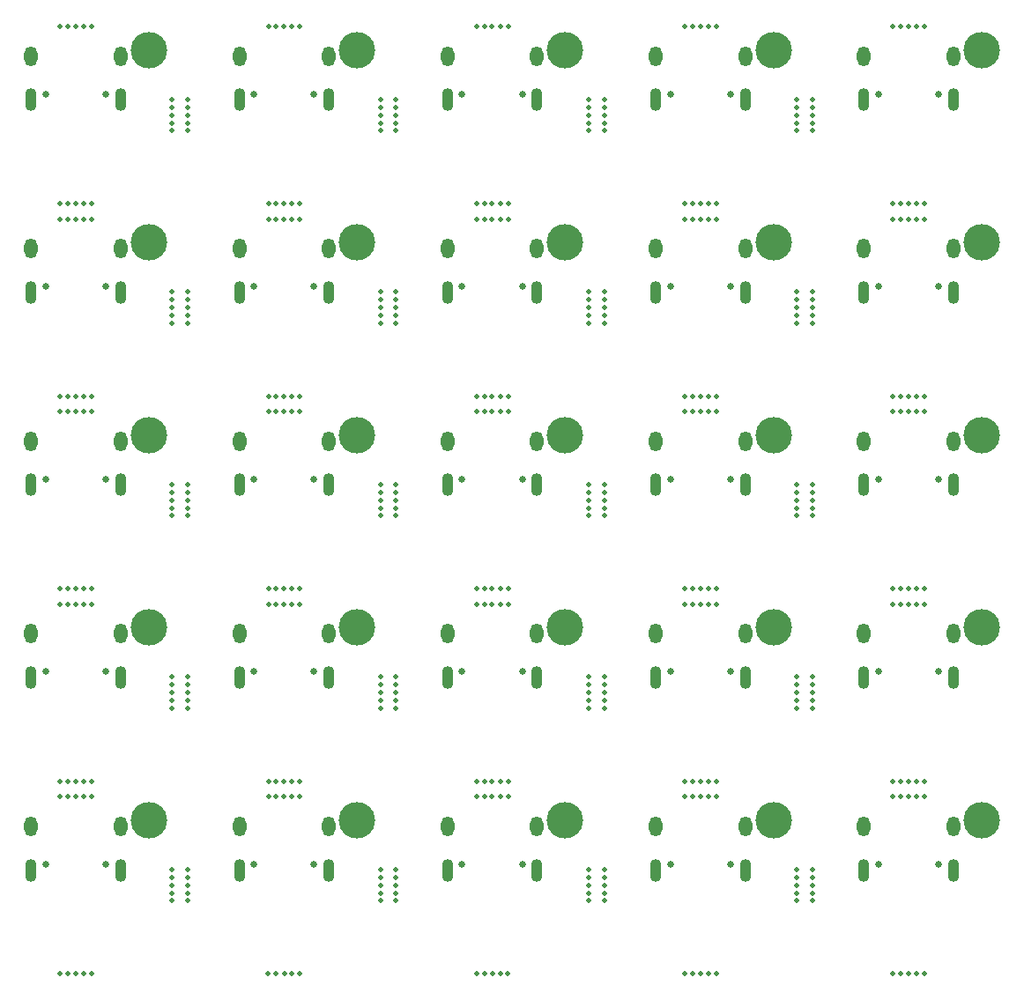
<source format=gbs>
G04 #@! TF.GenerationSoftware,KiCad,Pcbnew,(5.1.10)-1*
G04 #@! TF.CreationDate,2021-09-30T22:09:23+07:00*
G04 #@! TF.ProjectId,Unified-Daughterboard,556e6966-6965-4642-9d44-617567687465,C3*
G04 #@! TF.SameCoordinates,Original*
G04 #@! TF.FileFunction,Soldermask,Bot*
G04 #@! TF.FilePolarity,Negative*
%FSLAX46Y46*%
G04 Gerber Fmt 4.6, Leading zero omitted, Abs format (unit mm)*
G04 Created by KiCad (PCBNEW (5.1.10)-1) date 2021-09-30 22:09:23*
%MOMM*%
%LPD*%
G01*
G04 APERTURE LIST*
%ADD10C,0.500000*%
%ADD11O,1.100000X2.200000*%
%ADD12O,1.300000X1.900000*%
%ADD13C,0.650000*%
%ADD14C,3.500001*%
G04 APERTURE END LIST*
D10*
X115766500Y-147293000D03*
X116516500Y-147293000D03*
X115016500Y-147293000D03*
X114242500Y-147293000D03*
X113480500Y-147293000D03*
X133480500Y-147293000D03*
X134242500Y-147293000D03*
X135016500Y-147293000D03*
X136516500Y-147293000D03*
X135766500Y-147293000D03*
X155766500Y-147293000D03*
X156516500Y-147293000D03*
X155016500Y-147293000D03*
X154242500Y-147293000D03*
X153480500Y-147293000D03*
X93480500Y-147293000D03*
X94242500Y-147293000D03*
X95016500Y-147293000D03*
X96516500Y-147293000D03*
X95766500Y-147293000D03*
X75766500Y-147293000D03*
X76516500Y-147293000D03*
X75016500Y-147293000D03*
X74242500Y-147293000D03*
X73480500Y-147293000D03*
X156528500Y-56293000D03*
X155766500Y-56293000D03*
X154992500Y-56293000D03*
X153492500Y-56293000D03*
X154242500Y-56293000D03*
X136528500Y-56293000D03*
X135766500Y-56293000D03*
X134992500Y-56293000D03*
X133492500Y-56293000D03*
X134242500Y-56293000D03*
X116528500Y-56293000D03*
X115766500Y-56293000D03*
X114992500Y-56293000D03*
X113492500Y-56293000D03*
X114242500Y-56293000D03*
X96528500Y-56293000D03*
X95766500Y-56293000D03*
X94992500Y-56293000D03*
X93492500Y-56293000D03*
X94242500Y-56293000D03*
X74242500Y-56293000D03*
X73492500Y-56293000D03*
X74992500Y-56293000D03*
X75766500Y-56293000D03*
X76528500Y-56293000D03*
X156528500Y-130293000D03*
X156528500Y-128793000D03*
X155766500Y-128793000D03*
X155766500Y-130293000D03*
X154992500Y-130293000D03*
X153492500Y-130293000D03*
X153492500Y-128793000D03*
X154992500Y-128793000D03*
X154242500Y-130293000D03*
X154242500Y-128793000D03*
X156528500Y-111793000D03*
X156528500Y-110293000D03*
X155766500Y-110293000D03*
X155766500Y-111793000D03*
X154992500Y-111793000D03*
X153492500Y-111793000D03*
X153492500Y-110293000D03*
X154992500Y-110293000D03*
X154242500Y-111793000D03*
X154242500Y-110293000D03*
X156528500Y-93293000D03*
X156528500Y-91793000D03*
X155766500Y-91793000D03*
X155766500Y-93293000D03*
X154992500Y-93293000D03*
X153492500Y-93293000D03*
X153492500Y-91793000D03*
X154992500Y-91793000D03*
X154242500Y-93293000D03*
X154242500Y-91793000D03*
X156528500Y-74793000D03*
X156528500Y-73293000D03*
X155766500Y-73293000D03*
X155766500Y-74793000D03*
X154992500Y-74793000D03*
X153492500Y-74793000D03*
X153492500Y-73293000D03*
X154992500Y-73293000D03*
X154242500Y-74793000D03*
X154242500Y-73293000D03*
X136528500Y-130293000D03*
X136528500Y-128793000D03*
X135766500Y-128793000D03*
X135766500Y-130293000D03*
X134992500Y-130293000D03*
X133492500Y-130293000D03*
X133492500Y-128793000D03*
X134992500Y-128793000D03*
X134242500Y-130293000D03*
X134242500Y-128793000D03*
X136528500Y-111793000D03*
X136528500Y-110293000D03*
X135766500Y-110293000D03*
X135766500Y-111793000D03*
X134992500Y-111793000D03*
X133492500Y-111793000D03*
X133492500Y-110293000D03*
X134992500Y-110293000D03*
X134242500Y-111793000D03*
X134242500Y-110293000D03*
X136528500Y-93293000D03*
X136528500Y-91793000D03*
X135766500Y-91793000D03*
X135766500Y-93293000D03*
X134992500Y-93293000D03*
X133492500Y-93293000D03*
X133492500Y-91793000D03*
X134992500Y-91793000D03*
X134242500Y-93293000D03*
X134242500Y-91793000D03*
X136528500Y-74793000D03*
X136528500Y-73293000D03*
X135766500Y-73293000D03*
X135766500Y-74793000D03*
X134992500Y-74793000D03*
X133492500Y-74793000D03*
X133492500Y-73293000D03*
X134992500Y-73293000D03*
X134242500Y-74793000D03*
X134242500Y-73293000D03*
X116528500Y-130293000D03*
X116528500Y-128793000D03*
X115766500Y-128793000D03*
X115766500Y-130293000D03*
X114992500Y-130293000D03*
X113492500Y-130293000D03*
X113492500Y-128793000D03*
X114992500Y-128793000D03*
X114242500Y-130293000D03*
X114242500Y-128793000D03*
X116528500Y-111793000D03*
X116528500Y-110293000D03*
X115766500Y-110293000D03*
X115766500Y-111793000D03*
X114992500Y-111793000D03*
X113492500Y-111793000D03*
X113492500Y-110293000D03*
X114992500Y-110293000D03*
X114242500Y-111793000D03*
X114242500Y-110293000D03*
X116528500Y-93293000D03*
X116528500Y-91793000D03*
X115766500Y-91793000D03*
X115766500Y-93293000D03*
X114992500Y-93293000D03*
X113492500Y-93293000D03*
X113492500Y-91793000D03*
X114992500Y-91793000D03*
X114242500Y-93293000D03*
X114242500Y-91793000D03*
X116528500Y-74793000D03*
X116528500Y-73293000D03*
X115766500Y-73293000D03*
X115766500Y-74793000D03*
X114992500Y-74793000D03*
X113492500Y-74793000D03*
X113492500Y-73293000D03*
X114992500Y-73293000D03*
X114242500Y-74793000D03*
X114242500Y-73293000D03*
X96528500Y-130293000D03*
X96528500Y-128793000D03*
X95766500Y-128793000D03*
X95766500Y-130293000D03*
X94992500Y-130293000D03*
X93492500Y-130293000D03*
X93492500Y-128793000D03*
X94992500Y-128793000D03*
X94242500Y-130293000D03*
X94242500Y-128793000D03*
X96528500Y-111793000D03*
X96528500Y-110293000D03*
X95766500Y-110293000D03*
X95766500Y-111793000D03*
X94992500Y-111793000D03*
X93492500Y-111793000D03*
X93492500Y-110293000D03*
X94992500Y-110293000D03*
X94242500Y-111793000D03*
X94242500Y-110293000D03*
X96528500Y-93293000D03*
X96528500Y-91793000D03*
X95766500Y-91793000D03*
X95766500Y-93293000D03*
X94992500Y-93293000D03*
X93492500Y-93293000D03*
X93492500Y-91793000D03*
X94992500Y-91793000D03*
X94242500Y-93293000D03*
X94242500Y-91793000D03*
X96528500Y-74793000D03*
X96528500Y-73293000D03*
X95766500Y-73293000D03*
X95766500Y-74793000D03*
X94992500Y-74793000D03*
X93492500Y-74793000D03*
X93492500Y-73293000D03*
X94992500Y-73293000D03*
X94242500Y-74793000D03*
X94242500Y-73293000D03*
X76528500Y-130293000D03*
X76528500Y-128793000D03*
X75766500Y-128793000D03*
X75766500Y-130293000D03*
X74992500Y-130293000D03*
X73492500Y-130293000D03*
X73492500Y-128793000D03*
X74992500Y-128793000D03*
X74242500Y-130293000D03*
X74242500Y-128793000D03*
X76528500Y-111793000D03*
X76528500Y-110293000D03*
X75766500Y-110293000D03*
X75766500Y-111793000D03*
X74992500Y-111793000D03*
X73492500Y-111793000D03*
X73492500Y-110293000D03*
X74992500Y-110293000D03*
X74242500Y-111793000D03*
X74242500Y-110293000D03*
X76528500Y-93293000D03*
X76528500Y-91793000D03*
X75766500Y-91793000D03*
X75766500Y-93293000D03*
X74992500Y-93293000D03*
X73492500Y-93293000D03*
X73492500Y-91793000D03*
X74992500Y-91793000D03*
X74242500Y-93293000D03*
X74242500Y-91793000D03*
X144254500Y-139555000D03*
X145754500Y-139555000D03*
X144254500Y-138805000D03*
X144254500Y-140305000D03*
X145754500Y-140305000D03*
X145754500Y-138805000D03*
X145754500Y-138031000D03*
X144254500Y-138031000D03*
X144254500Y-137269000D03*
X145754500Y-137269000D03*
X144254500Y-121055000D03*
X145754500Y-121055000D03*
X144254500Y-120305000D03*
X144254500Y-121805000D03*
X145754500Y-121805000D03*
X145754500Y-120305000D03*
X145754500Y-119531000D03*
X144254500Y-119531000D03*
X144254500Y-118769000D03*
X145754500Y-118769000D03*
X144254500Y-102555000D03*
X145754500Y-102555000D03*
X144254500Y-101805000D03*
X144254500Y-103305000D03*
X145754500Y-103305000D03*
X145754500Y-101805000D03*
X145754500Y-101031000D03*
X144254500Y-101031000D03*
X144254500Y-100269000D03*
X145754500Y-100269000D03*
X144254500Y-84055000D03*
X145754500Y-84055000D03*
X144254500Y-83305000D03*
X144254500Y-84805000D03*
X145754500Y-84805000D03*
X145754500Y-83305000D03*
X145754500Y-82531000D03*
X144254500Y-82531000D03*
X144254500Y-81769000D03*
X145754500Y-81769000D03*
X144254500Y-65555000D03*
X145754500Y-65555000D03*
X144254500Y-64805000D03*
X144254500Y-66305000D03*
X145754500Y-66305000D03*
X145754500Y-64805000D03*
X145754500Y-64031000D03*
X144254500Y-64031000D03*
X144254500Y-63269000D03*
X145754500Y-63269000D03*
X124254500Y-139555000D03*
X125754500Y-139555000D03*
X124254500Y-138805000D03*
X124254500Y-140305000D03*
X125754500Y-140305000D03*
X125754500Y-138805000D03*
X125754500Y-138031000D03*
X124254500Y-138031000D03*
X124254500Y-137269000D03*
X125754500Y-137269000D03*
X124254500Y-121055000D03*
X125754500Y-121055000D03*
X124254500Y-120305000D03*
X124254500Y-121805000D03*
X125754500Y-121805000D03*
X125754500Y-120305000D03*
X125754500Y-119531000D03*
X124254500Y-119531000D03*
X124254500Y-118769000D03*
X125754500Y-118769000D03*
X124254500Y-102555000D03*
X125754500Y-102555000D03*
X124254500Y-101805000D03*
X124254500Y-103305000D03*
X125754500Y-103305000D03*
X125754500Y-101805000D03*
X125754500Y-101031000D03*
X124254500Y-101031000D03*
X124254500Y-100269000D03*
X125754500Y-100269000D03*
X124254500Y-84055000D03*
X125754500Y-84055000D03*
X124254500Y-83305000D03*
X124254500Y-84805000D03*
X125754500Y-84805000D03*
X125754500Y-83305000D03*
X125754500Y-82531000D03*
X124254500Y-82531000D03*
X124254500Y-81769000D03*
X125754500Y-81769000D03*
X124254500Y-65555000D03*
X125754500Y-65555000D03*
X124254500Y-64805000D03*
X124254500Y-66305000D03*
X125754500Y-66305000D03*
X125754500Y-64805000D03*
X125754500Y-64031000D03*
X124254500Y-64031000D03*
X124254500Y-63269000D03*
X125754500Y-63269000D03*
X104254500Y-139555000D03*
X105754500Y-139555000D03*
X104254500Y-138805000D03*
X104254500Y-140305000D03*
X105754500Y-140305000D03*
X105754500Y-138805000D03*
X105754500Y-138031000D03*
X104254500Y-138031000D03*
X104254500Y-137269000D03*
X105754500Y-137269000D03*
X104254500Y-121055000D03*
X105754500Y-121055000D03*
X104254500Y-120305000D03*
X104254500Y-121805000D03*
X105754500Y-121805000D03*
X105754500Y-120305000D03*
X105754500Y-119531000D03*
X104254500Y-119531000D03*
X104254500Y-118769000D03*
X105754500Y-118769000D03*
X104254500Y-102555000D03*
X105754500Y-102555000D03*
X104254500Y-101805000D03*
X104254500Y-103305000D03*
X105754500Y-103305000D03*
X105754500Y-101805000D03*
X105754500Y-101031000D03*
X104254500Y-101031000D03*
X104254500Y-100269000D03*
X105754500Y-100269000D03*
X104254500Y-84055000D03*
X105754500Y-84055000D03*
X104254500Y-83305000D03*
X104254500Y-84805000D03*
X105754500Y-84805000D03*
X105754500Y-83305000D03*
X105754500Y-82531000D03*
X104254500Y-82531000D03*
X104254500Y-81769000D03*
X105754500Y-81769000D03*
X104254500Y-65555000D03*
X105754500Y-65555000D03*
X104254500Y-64805000D03*
X104254500Y-66305000D03*
X105754500Y-66305000D03*
X105754500Y-64805000D03*
X105754500Y-64031000D03*
X104254500Y-64031000D03*
X104254500Y-63269000D03*
X105754500Y-63269000D03*
X84254500Y-139555000D03*
X85754500Y-139555000D03*
X84254500Y-138805000D03*
X84254500Y-140305000D03*
X85754500Y-140305000D03*
X85754500Y-138805000D03*
X85754500Y-138031000D03*
X84254500Y-138031000D03*
X84254500Y-137269000D03*
X85754500Y-137269000D03*
X84254500Y-121055000D03*
X85754500Y-121055000D03*
X84254500Y-120305000D03*
X84254500Y-121805000D03*
X85754500Y-121805000D03*
X85754500Y-120305000D03*
X85754500Y-119531000D03*
X84254500Y-119531000D03*
X84254500Y-118769000D03*
X85754500Y-118769000D03*
X84254500Y-102555000D03*
X85754500Y-102555000D03*
X84254500Y-101805000D03*
X84254500Y-103305000D03*
X85754500Y-103305000D03*
X85754500Y-101805000D03*
X85754500Y-101031000D03*
X84254500Y-101031000D03*
X84254500Y-100269000D03*
X85754500Y-100269000D03*
X84254500Y-84055000D03*
X85754500Y-84055000D03*
X84254500Y-83305000D03*
X84254500Y-84805000D03*
X85754500Y-84805000D03*
X85754500Y-83305000D03*
X85754500Y-82531000D03*
X84254500Y-82531000D03*
X84254500Y-81769000D03*
X85754500Y-81769000D03*
D11*
X159302500Y-137343000D03*
D12*
X159302500Y-133143000D03*
D13*
X157892500Y-136792000D03*
X152112500Y-136792000D03*
D12*
X150702500Y-133143000D03*
D11*
X150702500Y-137343000D03*
X159302500Y-118843000D03*
D12*
X159302500Y-114643000D03*
D13*
X157892500Y-118292000D03*
X152112500Y-118292000D03*
D12*
X150702500Y-114643000D03*
D11*
X150702500Y-118843000D03*
X159302500Y-100343000D03*
D12*
X159302500Y-96143000D03*
D13*
X157892500Y-99792000D03*
X152112500Y-99792000D03*
D12*
X150702500Y-96143000D03*
D11*
X150702500Y-100343000D03*
X159302500Y-81843000D03*
D12*
X159302500Y-77643000D03*
D13*
X157892500Y-81292000D03*
X152112500Y-81292000D03*
D12*
X150702500Y-77643000D03*
D11*
X150702500Y-81843000D03*
X159302500Y-63343000D03*
D12*
X159302500Y-59143000D03*
D13*
X157892500Y-62792000D03*
X152112500Y-62792000D03*
D12*
X150702500Y-59143000D03*
D11*
X150702500Y-63343000D03*
X139302500Y-137343000D03*
D12*
X139302500Y-133143000D03*
D13*
X137892500Y-136792000D03*
X132112500Y-136792000D03*
D12*
X130702500Y-133143000D03*
D11*
X130702500Y-137343000D03*
X139302500Y-118843000D03*
D12*
X139302500Y-114643000D03*
D13*
X137892500Y-118292000D03*
X132112500Y-118292000D03*
D12*
X130702500Y-114643000D03*
D11*
X130702500Y-118843000D03*
X139302500Y-100343000D03*
D12*
X139302500Y-96143000D03*
D13*
X137892500Y-99792000D03*
X132112500Y-99792000D03*
D12*
X130702500Y-96143000D03*
D11*
X130702500Y-100343000D03*
X139302500Y-81843000D03*
D12*
X139302500Y-77643000D03*
D13*
X137892500Y-81292000D03*
X132112500Y-81292000D03*
D12*
X130702500Y-77643000D03*
D11*
X130702500Y-81843000D03*
X139302500Y-63343000D03*
D12*
X139302500Y-59143000D03*
D13*
X137892500Y-62792000D03*
X132112500Y-62792000D03*
D12*
X130702500Y-59143000D03*
D11*
X130702500Y-63343000D03*
X119302500Y-137343000D03*
D12*
X119302500Y-133143000D03*
D13*
X117892500Y-136792000D03*
X112112500Y-136792000D03*
D12*
X110702500Y-133143000D03*
D11*
X110702500Y-137343000D03*
X119302500Y-118843000D03*
D12*
X119302500Y-114643000D03*
D13*
X117892500Y-118292000D03*
X112112500Y-118292000D03*
D12*
X110702500Y-114643000D03*
D11*
X110702500Y-118843000D03*
X119302500Y-100343000D03*
D12*
X119302500Y-96143000D03*
D13*
X117892500Y-99792000D03*
X112112500Y-99792000D03*
D12*
X110702500Y-96143000D03*
D11*
X110702500Y-100343000D03*
X119302500Y-81843000D03*
D12*
X119302500Y-77643000D03*
D13*
X117892500Y-81292000D03*
X112112500Y-81292000D03*
D12*
X110702500Y-77643000D03*
D11*
X110702500Y-81843000D03*
X119302500Y-63343000D03*
D12*
X119302500Y-59143000D03*
D13*
X117892500Y-62792000D03*
X112112500Y-62792000D03*
D12*
X110702500Y-59143000D03*
D11*
X110702500Y-63343000D03*
X99302500Y-137343000D03*
D12*
X99302500Y-133143000D03*
D13*
X97892500Y-136792000D03*
X92112500Y-136792000D03*
D12*
X90702500Y-133143000D03*
D11*
X90702500Y-137343000D03*
X99302500Y-118843000D03*
D12*
X99302500Y-114643000D03*
D13*
X97892500Y-118292000D03*
X92112500Y-118292000D03*
D12*
X90702500Y-114643000D03*
D11*
X90702500Y-118843000D03*
X99302500Y-100343000D03*
D12*
X99302500Y-96143000D03*
D13*
X97892500Y-99792000D03*
X92112500Y-99792000D03*
D12*
X90702500Y-96143000D03*
D11*
X90702500Y-100343000D03*
X99302500Y-81843000D03*
D12*
X99302500Y-77643000D03*
D13*
X97892500Y-81292000D03*
X92112500Y-81292000D03*
D12*
X90702500Y-77643000D03*
D11*
X90702500Y-81843000D03*
X99302500Y-63343000D03*
D12*
X99302500Y-59143000D03*
D13*
X97892500Y-62792000D03*
X92112500Y-62792000D03*
D12*
X90702500Y-59143000D03*
D11*
X90702500Y-63343000D03*
X79302500Y-137343000D03*
D12*
X79302500Y-133143000D03*
D13*
X77892500Y-136792000D03*
X72112500Y-136792000D03*
D12*
X70702500Y-133143000D03*
D11*
X70702500Y-137343000D03*
X79302500Y-118843000D03*
D12*
X79302500Y-114643000D03*
D13*
X77892500Y-118292000D03*
X72112500Y-118292000D03*
D12*
X70702500Y-114643000D03*
D11*
X70702500Y-118843000D03*
X79302500Y-100343000D03*
D12*
X79302500Y-96143000D03*
D13*
X77892500Y-99792000D03*
X72112500Y-99792000D03*
D12*
X70702500Y-96143000D03*
D11*
X70702500Y-100343000D03*
X79302500Y-81843000D03*
D12*
X79302500Y-77643000D03*
D13*
X77892500Y-81292000D03*
X72112500Y-81292000D03*
D12*
X70702500Y-77643000D03*
D11*
X70702500Y-81843000D03*
D14*
X162004500Y-132543000D03*
X162004500Y-114043000D03*
X162004500Y-95543000D03*
X162004500Y-77043000D03*
X162004500Y-58543000D03*
X142004500Y-132543000D03*
X142004500Y-114043000D03*
X142004500Y-95543000D03*
X142004500Y-77043000D03*
X142004500Y-58543000D03*
X122004500Y-132543000D03*
X122004500Y-114043000D03*
X122004500Y-95543000D03*
X122004500Y-77043000D03*
X122004500Y-58543000D03*
X102004500Y-132543000D03*
X102004500Y-114043000D03*
X102004500Y-95543000D03*
X102004500Y-77043000D03*
X102004500Y-58543000D03*
X82004500Y-132543000D03*
X82004500Y-114043000D03*
X82004500Y-95543000D03*
X82004500Y-77043000D03*
D10*
X85754500Y-63269000D03*
X84254500Y-63269000D03*
X84254500Y-64031000D03*
X85754500Y-64031000D03*
X85754500Y-64805000D03*
X85754500Y-66305000D03*
X84254500Y-66305000D03*
X84254500Y-64805000D03*
X85754500Y-65555000D03*
X84254500Y-65555000D03*
X74242500Y-73293000D03*
X74242500Y-74793000D03*
X74992500Y-73293000D03*
X73492500Y-73293000D03*
X73492500Y-74793000D03*
X74992500Y-74793000D03*
X75766500Y-74793000D03*
X75766500Y-73293000D03*
X76528500Y-73293000D03*
X76528500Y-74793000D03*
D11*
X70702500Y-63343000D03*
D12*
X70702500Y-59143000D03*
D13*
X72112500Y-62792000D03*
X77892500Y-62792000D03*
D12*
X79302500Y-59143000D03*
D11*
X79302500Y-63343000D03*
D14*
X82004500Y-58543000D03*
M02*

</source>
